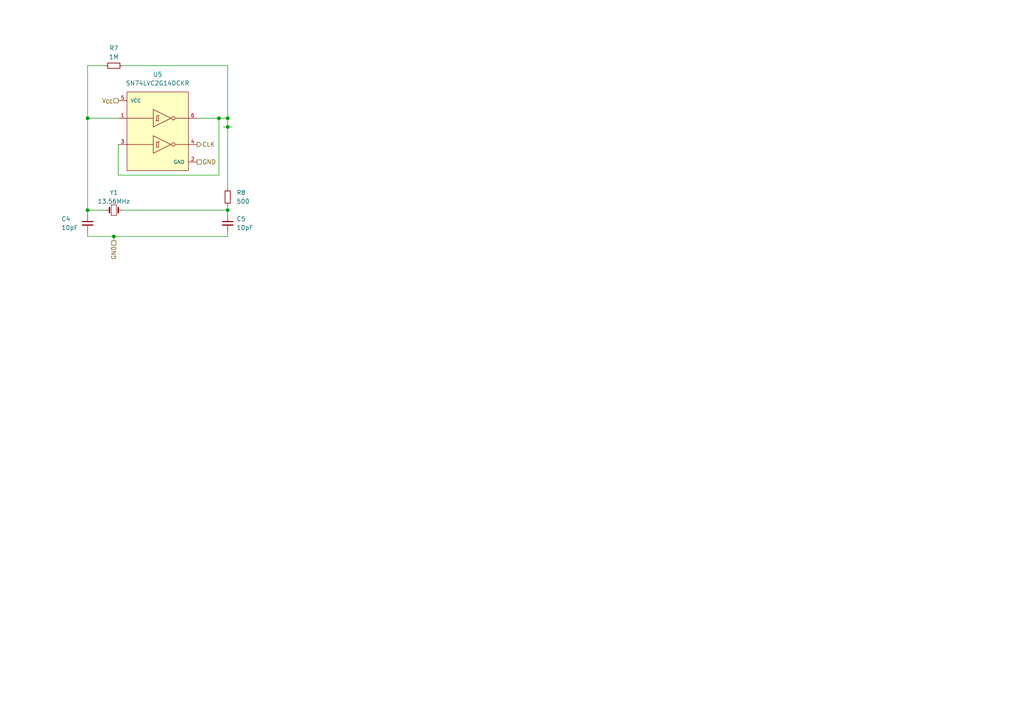
<source format=kicad_sch>
(kicad_sch (version 20211123) (generator eeschema)
  (paper "A4")
  (lib_symbols
    (symbol "Device:C_Small" (pin_numbers hide) (pin_names (offset 0.254) hide)
      (property "Reference" "C" (at 0.254 1.778 0))
      (property "Value" "C_Small" (at 0.254 -2.032 0))
      (symbol "C_Small_0_1"
        (polyline (pts (xy -1.524 -0.508) (xy 1.524 -0.508)) (stroke (width 0.3302)))
        (polyline (pts (xy -1.524 0.508) (xy 1.524 0.508)) (stroke (width 0.3048)))
      )
      (symbol "C_Small_1_1"
        (pin passive line (at 0 2.54 270) (length 2.032) (name "~") (number "1"))
        (pin passive line (at 0 -2.54 90) (length 2.032) (name "~") (number "2"))
      )
    )
    (symbol "Device:Crystal_Small" (pin_numbers hide) (pin_names (offset 1.016) hide)
      (property "Reference" "Y" (at 0 2.54 0))
      (property "Value" "Crystal_Small" (at 0 -2.54 0))
      (symbol "Crystal_Small_0_1"
        (rectangle (start -0.762 -1.524) (end 0.762 1.524))
        (polyline (pts (xy -1.27 -0.762) (xy -1.27 0.762)) (stroke (width 0.381)))
        (polyline (pts (xy 1.27 -0.762) (xy 1.27 0.762)) (stroke (width 0.381)))
      )
      (symbol "Crystal_Small_1_1"
        (pin passive line (at -2.54 0 0) (length 1.27) (name "1") (number "1"))
        (pin passive line (at 2.54 0 180) (length 1.27) (name "2") (number "2"))
      )
    )
    (symbol "Device:R_Small" (pin_numbers hide) (pin_names (offset 0.254) hide)
      (property "Reference" "R" (at 0.762 0.508 0))
      (property "Value" "R_Small" (at 0.762 -1.016 0))
      (symbol "R_Small_0_1"
        (rectangle (start -0.762 1.778) (end 0.762 -1.778) (stroke (width 0.2032)))
      )
      (symbol "R_Small_1_1"
        (pin passive line (at 0 2.54 270) (length 0.762) (name "~") (number "1"))
        (pin passive line (at 0 -2.54 90) (length 0.762) (name "~") (number "2"))
      )
    )
    (symbol "eec:SN74LVC2G14DCKR" (pin_names (offset 1.016))
      (property "Reference" "U" (at 0 5.08 0))
      (property "Value" "SN74LVC2G14DCKR" (at 0 7.62 0))
      (symbol "SN74LVC2G14DCKR_1_1"
        (polyline (pts (xy 5.08 -12.7) (xy 12.7 -12.7)))
        (polyline (pts (xy 5.08 -5.08) (xy 12.7 -5.08)))
        (polyline (pts (xy 12.7 -15.24) (xy 12.7 -12.7)))
        (polyline (pts (xy 12.7 -12.7) (xy 12.7 -10.16)))
        (polyline (pts (xy 12.7 -10.16) (xy 17.78 -12.7)))
        (polyline (pts (xy 12.7 -7.62) (xy 17.78 -5.08)))
        (polyline (pts (xy 12.7 -2.54) (xy 12.7 -7.62)))
        (polyline (pts (xy 13.716 -11.938) (xy 13.716 -13.208)))
        (polyline (pts (xy 13.716 -11.938) (xy 14.478 -11.938)))
        (polyline (pts (xy 13.716 -4.318) (xy 13.716 -5.842)))
        (polyline (pts (xy 13.716 -4.318) (xy 14.478 -4.318)))
        (polyline (pts (xy 14.224 -13.462) (xy 13.462 -13.462)))
        (polyline (pts (xy 14.224 -11.938) (xy 14.224 -13.462)))
        (polyline (pts (xy 14.224 -5.842) (xy 13.462 -5.842)))
        (polyline (pts (xy 14.224 -4.572) (xy 14.224 -5.842)))
        (polyline (pts (xy 17.78 -12.7) (xy 12.7 -15.24)))
        (polyline (pts (xy 17.78 -5.08) (xy 12.7 -2.54)))
        (polyline (pts (xy 22.86 -12.7) (xy 19.304 -12.7)))
        (polyline (pts (xy 22.86 -5.08) (xy 19.304 -5.08)))
        (rectangle (start 5.08 2.54) (end 22.86 -20.32) (fill (type background)))
        (circle (center 18.542 -12.7) (radius 0.508))
        (circle (center 18.542 -5.08) (radius 0.508))
        (pin input line (at 2.54 -5.08 0) (length 2.54) (name "1A") (number "1"))
        (pin power_in line (at 25.4 -17.78 180) (length 2.54) (name "GND") (number "2"))
        (pin input line (at 2.54 -12.7 0) (length 2.54) (name "2A") (number "3"))
        (pin output line (at 25.4 -12.7 180) (length 2.54) (name "2Y") (number "4"))
        (pin power_in line (at 2.54 0 0) (length 2.54) (name "VCC") (number "5"))
        (pin output line (at 25.4 -5.08 180) (length 2.54) (name "1Y") (number "6"))
      )
    )
  )
  (junction (at 63.5 34.29))
  (junction (at 66.04 60.96))
  (junction (at 33.02 68.58))
  (junction (at 25.4 34.29))
  (junction (at 66.04 34.29))
  (junction (at 66.04 36.83))
  (junction (at 25.4 60.96))
  (wire (pts (xy 67.31 36.83) (xy 66.04 36.83)))
  (wire (pts (xy 66.04 62.23) (xy 66.04 60.96)))
  (wire (pts (xy 66.04 59.69) (xy 66.04 60.96)))
  (wire (pts (xy 63.5 34.29) (xy 66.04 34.29)))
  (wire (pts (xy 66.04 34.29) (xy 66.04 36.83)))
  (wire (pts (xy 33.02 68.58) (xy 33.02 69.85)))
  (wire (pts (xy 33.02 68.58) (xy 66.04 68.58)))
  (wire (pts (xy 66.04 36.83) (xy 64.77 36.83)))
  (wire (pts (xy 34.29 41.91) (xy 34.29 50.8)))
  (wire (pts (xy 25.4 34.29) (xy 34.29 34.29)))
  (wire (pts (xy 66.04 36.83) (xy 66.04 54.61)))
  (wire (pts (xy 25.4 62.23) (xy 25.4 60.96)))
  (wire (pts (xy 34.29 50.8) (xy 63.5 50.8)))
  (wire (pts (xy 25.4 68.58) (xy 25.4 67.31)))
  (wire (pts (xy 57.15 34.29) (xy 63.5 34.29)))
  (wire (pts (xy 25.4 34.29) (xy 25.4 60.96)))
  (wire (pts (xy 63.5 50.8) (xy 63.5 34.29)))
  (wire (pts (xy 66.04 19.05) (xy 66.04 34.29)))
  (wire (pts (xy 66.04 60.96) (xy 35.56 60.96)))
  (wire (pts (xy 25.4 68.58) (xy 33.02 68.58)))
  (wire (pts (xy 25.4 19.05) (xy 25.4 34.29)))
  (wire (pts (xy 35.56 19.05) (xy 66.04 19.05)))
  (wire (pts (xy 30.48 19.05) (xy 25.4 19.05)))
  (wire (pts (xy 25.4 60.96) (xy 30.48 60.96)))
  (wire (pts (xy 66.04 68.58) (xy 66.04 67.31)))
  (hierarchical_label "GND" (shape passive) (at 57.15 46.99 0))
  (hierarchical_label "V_{CC}" (shape passive) (at 34.29 29.21 180))
  (hierarchical_label "GND" (shape passive) (at 33.02 69.85 270))
  (hierarchical_label "CLK" (shape output) (at 57.15 41.91 0))
  (symbol (lib_id "eec:SN74LVC2G14DCKR") (at 31.75 29.21 0) (unit 1)
    (property "Reference" "U5" (at 45.72 21.59 0))
    (property "Value" "SN74LVC2G14DCKR" (at 45.72 24.13 0))
    (property "Footprint" "Package_TO_SOT_SMD:TSOT-23-6_HandSoldering" (effects hide))
    (property "Datasheet" "https://www.ti.com/lit/ds/symlink/sn74lvc2g14.pdf?ts=1597759997004&ref_url=https%253A%252F%252Fwww.ti.com%252Fproduct%252FSN74LVC2G14%253FkeyMatch%253DSN74LVC2G14DCKR%2526tisearch%253DSearch-EN-everything%2526usecase%253DOPN" (effects hide))
    (property "ambient temperature range high" "+125°C" (effects hide))
    (property "ambient temperature range low" "-40°C" (effects hide))
    (property "automotive" "No" (effects hide))
    (property "category" "IC" (effects hide))
    (property "device class L1" "Integrated Circuits (ICs)" (effects hide))
    (property "device class L2" "Logic ICs" (effects hide))
    (property "device class L3" "Logic Gates" (effects hide))
    (property "digikey description" "IC INVERTER SCHMITT 2CH SC70-6" (effects hide))
    (property "digikey part number" "296-13011-1-ND" (effects hide))
    (property "height" "1.1mm" (effects hide))
    (property "lead free" "Yes" (effects hide))
    (property "library id" "0f01e6cdd473da15" (effects hide))
    (property "logic function" "Inverting" (effects hide))
    (property "logic function desc" "Inverting" (effects hide))
    (property "manufacturer" "Texas Instruments" (effects hide))
    (property "max junction temp" "+150°C" (effects hide))
    (property "max supply voltage" "5.5V" (effects hide))
    (property "min supply voltage" "1.65V" (effects hide))
    (property "mouser description" "IC: digital; Schmitt trigger; Channels: 2; Inputs: 2; SMD; SC70-6" (effects hide))
    (property "mouser part number" "595-SN74LVC2G14DCKR" (effects hide))
    (property "nominal supply current" "10uA" (effects hide))
    (property "number of circuits" "2" (effects hide))
    (property "number of inputs" "1" (effects hide))
    (property "number of outputs" "1" (effects hide))
    (property "package" "SC70-6" (effects hide))
    (property "propagation delay" "4.7ns" (effects hide))
    (property "rohs" "Yes" (effects hide))
    (property "standoff height" "0mm" (effects hide))
    (property "temperature range high" "+125°C" (effects hide))
    (property "temperature range low" "-40°C" (effects hide))
  )
  (symbol (lib_id "Device:C_Small") (at 25.4 64.77 0) (unit 1)
    (property "Reference" "C4" (at 17.78 63.5 0) (effects (justify left)))
    (property "Value" "10pF" (at 17.78 66.04 0) (effects (justify left)))
    (property "Footprint" "Capacitor_THT:C_Disc_D5.0mm_W2.5mm_P5.00mm" (effects hide))
  )
  (symbol (lib_id "Device:C_Small") (at 66.04 64.77 0) (unit 1)
    (property "Reference" "C5" (at 68.58 63.5062 0) (effects (justify left)))
    (property "Value" "10pF" (at 68.58 66.0462 0) (effects (justify left)))
    (property "Footprint" "Capacitor_THT:C_Disc_D5.0mm_W2.5mm_P5.00mm" (effects hide))
  )
  (symbol (lib_id "Device:Crystal_Small") (at 33.02 60.96 0) (unit 1)
    (property "Reference" "Y1" (at 33.02 55.88 0))
    (property "Value" "13.56MHz" (at 33.02 58.42 0))
    (property "Footprint" "Crystal:Crystal_HC49-U_Vertical" (effects hide))
  )
  (symbol (lib_id "Device:R_Small") (at 66.04 57.15 0) (unit 1)
    (property "Reference" "R8" (at 68.58 55.8799 0) (effects (justify left)))
    (property "Value" "500" (at 68.58 58.4199 0) (effects (justify left)))
    (property "Footprint" "Resistor_THT:R_Axial_DIN0207_L6.3mm_D2.5mm_P10.16mm_Horizontal" (effects hide))
  )
  (symbol (lib_id "Device:R_Small") (at 33.02 19.05 90) (unit 1)
    (property "Reference" "R7" (at 33.02 13.97 90))
    (property "Value" "1M" (at 33.02 16.51 90))
    (property "Footprint" "Resistor_THT:R_Axial_DIN0207_L6.3mm_D2.5mm_P10.16mm_Horizontal" (effects hide))
  )
)
</source>
